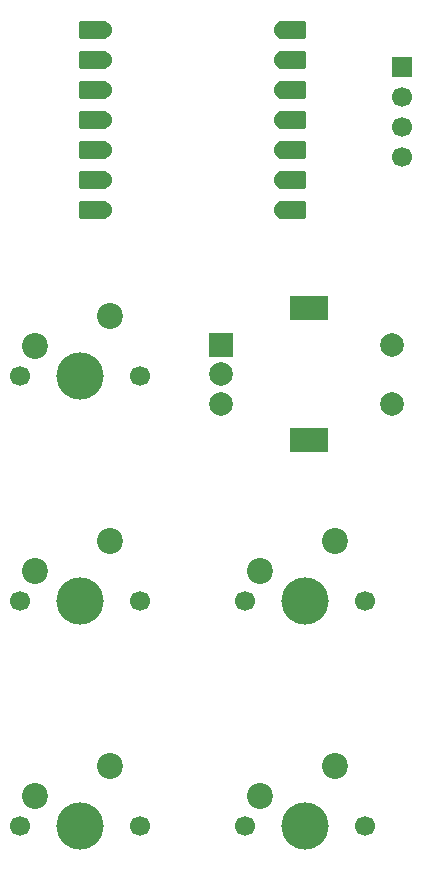
<source format=gbr>
%TF.GenerationSoftware,KiCad,Pcbnew,9.0.7*%
%TF.CreationDate,2026-01-29T22:12:25-06:00*%
%TF.ProjectId,macropad,6d616372-6f70-4616-942e-6b696361645f,rev?*%
%TF.SameCoordinates,Original*%
%TF.FileFunction,Soldermask,Top*%
%TF.FilePolarity,Negative*%
%FSLAX46Y46*%
G04 Gerber Fmt 4.6, Leading zero omitted, Abs format (unit mm)*
G04 Created by KiCad (PCBNEW 9.0.7) date 2026-01-29 22:12:25*
%MOMM*%
%LPD*%
G01*
G04 APERTURE LIST*
G04 Aperture macros list*
%AMRoundRect*
0 Rectangle with rounded corners*
0 $1 Rounding radius*
0 $2 $3 $4 $5 $6 $7 $8 $9 X,Y pos of 4 corners*
0 Add a 4 corners polygon primitive as box body*
4,1,4,$2,$3,$4,$5,$6,$7,$8,$9,$2,$3,0*
0 Add four circle primitives for the rounded corners*
1,1,$1+$1,$2,$3*
1,1,$1+$1,$4,$5*
1,1,$1+$1,$6,$7*
1,1,$1+$1,$8,$9*
0 Add four rect primitives between the rounded corners*
20,1,$1+$1,$2,$3,$4,$5,0*
20,1,$1+$1,$4,$5,$6,$7,0*
20,1,$1+$1,$6,$7,$8,$9,0*
20,1,$1+$1,$8,$9,$2,$3,0*%
G04 Aperture macros list end*
%ADD10C,1.700000*%
%ADD11C,4.000000*%
%ADD12C,2.200000*%
%ADD13R,1.700000X1.700000*%
%ADD14RoundRect,0.152400X1.063600X0.609600X-1.063600X0.609600X-1.063600X-0.609600X1.063600X-0.609600X0*%
%ADD15C,1.524000*%
%ADD16RoundRect,0.152400X-1.063600X-0.609600X1.063600X-0.609600X1.063600X0.609600X-1.063600X0.609600X0*%
%ADD17R,2.000000X2.000000*%
%ADD18C,2.000000*%
%ADD19R,3.200000X2.000000*%
G04 APERTURE END LIST*
D10*
%TO.C,SW5*%
X152082500Y-142875000D03*
D11*
X157162500Y-142875000D03*
D10*
X162242500Y-142875000D03*
D12*
X159702500Y-137795000D03*
X153352500Y-140335000D03*
%TD*%
D13*
%TO.C,J1*%
X165337500Y-78630000D03*
D10*
X165337500Y-81170000D03*
X165337500Y-83710000D03*
X165337500Y-86250000D03*
%TD*%
%TO.C,SW3*%
X152082500Y-123825000D03*
D11*
X157162500Y-123825000D03*
D10*
X162242500Y-123825000D03*
D12*
X159702500Y-118745000D03*
X153352500Y-121285000D03*
%TD*%
D14*
%TO.C,U1*%
X139182500Y-75510000D03*
D15*
X140017500Y-75510000D03*
D14*
X139182500Y-78050000D03*
D15*
X140017500Y-78050000D03*
D14*
X139182500Y-80590000D03*
D15*
X140017500Y-80590000D03*
D14*
X139182500Y-83130000D03*
D15*
X140017500Y-83130000D03*
D14*
X139182500Y-85670000D03*
D15*
X140017500Y-85670000D03*
D14*
X139182500Y-88210000D03*
D15*
X140017500Y-88210000D03*
D14*
X139182500Y-90750000D03*
D15*
X140017500Y-90750000D03*
X155257500Y-90750000D03*
D16*
X156092500Y-90750000D03*
D15*
X155257500Y-88210000D03*
D16*
X156092500Y-88210000D03*
D15*
X155257500Y-85670000D03*
D16*
X156092500Y-85670000D03*
D15*
X155257500Y-83130000D03*
D16*
X156092500Y-83130000D03*
D15*
X155257500Y-80590000D03*
D16*
X156092500Y-80590000D03*
D15*
X155257500Y-78050000D03*
D16*
X156092500Y-78050000D03*
D15*
X155257500Y-75510000D03*
D16*
X156092500Y-75510000D03*
%TD*%
D10*
%TO.C,SW2*%
X133032500Y-123825000D03*
D11*
X138112500Y-123825000D03*
D10*
X143192500Y-123825000D03*
D12*
X140652500Y-118745000D03*
X134302500Y-121285000D03*
%TD*%
D10*
%TO.C,SW4*%
X133032500Y-142875000D03*
D11*
X138112500Y-142875000D03*
D10*
X143192500Y-142875000D03*
D12*
X140652500Y-137795000D03*
X134302500Y-140335000D03*
%TD*%
D17*
%TO.C,SW6*%
X150018750Y-102156250D03*
D18*
X150018750Y-107156250D03*
X150018750Y-104656250D03*
D19*
X157518750Y-99056250D03*
X157518750Y-110256250D03*
D18*
X164518750Y-107156250D03*
X164518750Y-102156250D03*
%TD*%
D10*
%TO.C,SW1*%
X133032500Y-104775000D03*
D11*
X138112500Y-104775000D03*
D10*
X143192500Y-104775000D03*
D12*
X140652500Y-99695000D03*
X134302500Y-102235000D03*
%TD*%
M02*

</source>
